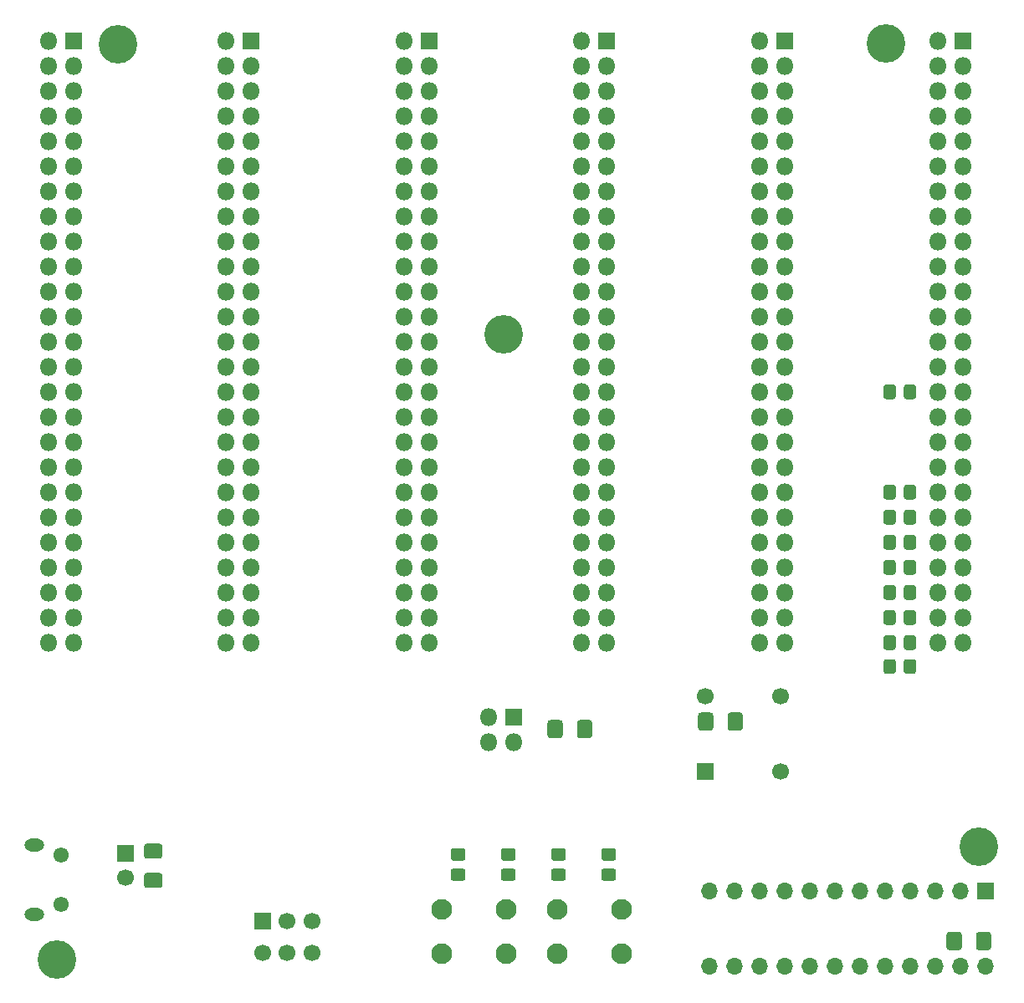
<source format=gbr>
G04 #@! TF.GenerationSoftware,KiCad,Pcbnew,(5.1.6-0-10_14)*
G04 #@! TF.CreationDate,2021-01-14T01:35:13+01:00*
G04 #@! TF.ProjectId,backplane,6261636b-706c-4616-9e65-2e6b69636164,rev?*
G04 #@! TF.SameCoordinates,Original*
G04 #@! TF.FileFunction,Soldermask,Bot*
G04 #@! TF.FilePolarity,Negative*
%FSLAX46Y46*%
G04 Gerber Fmt 4.6, Leading zero omitted, Abs format (unit mm)*
G04 Created by KiCad (PCBNEW (5.1.6-0-10_14)) date 2021-01-14 01:35:13*
%MOMM*%
%LPD*%
G01*
G04 APERTURE LIST*
%ADD10O,1.800000X1.800000*%
%ADD11R,1.800000X1.800000*%
%ADD12C,1.700000*%
%ADD13R,1.700000X1.700000*%
%ADD14O,2.000000X1.300000*%
%ADD15C,1.550000*%
%ADD16O,1.700000X1.700000*%
%ADD17C,3.900000*%
%ADD18C,2.100000*%
G04 APERTURE END LIST*
D10*
G04 #@! TO.C,J2*
X47434500Y-74485500D03*
X47434500Y-71945500D03*
X49974500Y-74485500D03*
D11*
X49974500Y-71945500D03*
G04 #@! TD*
G04 #@! TO.C,C2*
G36*
G01*
X12804544Y-87720000D02*
X14119456Y-87720000D01*
G75*
G02*
X14387000Y-87987544I0J-267544D01*
G01*
X14387000Y-88977456D01*
G75*
G02*
X14119456Y-89245000I-267544J0D01*
G01*
X12804544Y-89245000D01*
G75*
G02*
X12537000Y-88977456I0J267544D01*
G01*
X12537000Y-87987544D01*
G75*
G02*
X12804544Y-87720000I267544J0D01*
G01*
G37*
G36*
G01*
X12804544Y-84745000D02*
X14119456Y-84745000D01*
G75*
G02*
X14387000Y-85012544I0J-267544D01*
G01*
X14387000Y-86002456D01*
G75*
G02*
X14119456Y-86270000I-267544J0D01*
G01*
X12804544Y-86270000D01*
G75*
G02*
X12537000Y-86002456I0J267544D01*
G01*
X12537000Y-85012544D01*
G75*
G02*
X12804544Y-84745000I267544J0D01*
G01*
G37*
G04 #@! TD*
G04 #@! TO.C,C5*
G36*
G01*
X56351000Y-73809456D02*
X56351000Y-72494544D01*
G75*
G02*
X56618544Y-72227000I267544J0D01*
G01*
X57608456Y-72227000D01*
G75*
G02*
X57876000Y-72494544I0J-267544D01*
G01*
X57876000Y-73809456D01*
G75*
G02*
X57608456Y-74077000I-267544J0D01*
G01*
X56618544Y-74077000D01*
G75*
G02*
X56351000Y-73809456I0J267544D01*
G01*
G37*
G36*
G01*
X53376000Y-73809456D02*
X53376000Y-72494544D01*
G75*
G02*
X53643544Y-72227000I267544J0D01*
G01*
X54633456Y-72227000D01*
G75*
G02*
X54901000Y-72494544I0J-267544D01*
G01*
X54901000Y-73809456D01*
G75*
G02*
X54633456Y-74077000I-267544J0D01*
G01*
X53643544Y-74077000D01*
G75*
G02*
X53376000Y-73809456I0J267544D01*
G01*
G37*
G04 #@! TD*
D12*
G04 #@! TO.C,X1*
X76962000Y-77470000D03*
X76962000Y-69850000D03*
X69342000Y-69850000D03*
D13*
X69342000Y-77470000D03*
G04 #@! TD*
G04 #@! TO.C,C4*
G36*
G01*
X71591000Y-73047456D02*
X71591000Y-71732544D01*
G75*
G02*
X71858544Y-71465000I267544J0D01*
G01*
X72848456Y-71465000D01*
G75*
G02*
X73116000Y-71732544I0J-267544D01*
G01*
X73116000Y-73047456D01*
G75*
G02*
X72848456Y-73315000I-267544J0D01*
G01*
X71858544Y-73315000D01*
G75*
G02*
X71591000Y-73047456I0J267544D01*
G01*
G37*
G36*
G01*
X68616000Y-73047456D02*
X68616000Y-71732544D01*
G75*
G02*
X68883544Y-71465000I267544J0D01*
G01*
X69873456Y-71465000D01*
G75*
G02*
X70141000Y-71732544I0J-267544D01*
G01*
X70141000Y-73047456D01*
G75*
G02*
X69873456Y-73315000I-267544J0D01*
G01*
X68883544Y-73315000D01*
G75*
G02*
X68616000Y-73047456I0J267544D01*
G01*
G37*
G04 #@! TD*
D14*
G04 #@! TO.C,J1*
X1429500Y-91892000D03*
X1429500Y-84892000D03*
D15*
X4129500Y-90892000D03*
X4129500Y-85892000D03*
G04 #@! TD*
G04 #@! TO.C,R14*
G36*
G01*
X89427000Y-39467262D02*
X89427000Y-38510738D01*
G75*
G02*
X89698738Y-38239000I271738J0D01*
G01*
X90405262Y-38239000D01*
G75*
G02*
X90677000Y-38510738I0J-271738D01*
G01*
X90677000Y-39467262D01*
G75*
G02*
X90405262Y-39739000I-271738J0D01*
G01*
X89698738Y-39739000D01*
G75*
G02*
X89427000Y-39467262I0J271738D01*
G01*
G37*
G36*
G01*
X87377000Y-39467262D02*
X87377000Y-38510738D01*
G75*
G02*
X87648738Y-38239000I271738J0D01*
G01*
X88355262Y-38239000D01*
G75*
G02*
X88627000Y-38510738I0J-271738D01*
G01*
X88627000Y-39467262D01*
G75*
G02*
X88355262Y-39739000I-271738J0D01*
G01*
X87648738Y-39739000D01*
G75*
G02*
X87377000Y-39467262I0J271738D01*
G01*
G37*
G04 #@! TD*
D16*
G04 #@! TO.C,U4*
X97663000Y-97155000D03*
X69723000Y-89535000D03*
X95123000Y-97155000D03*
X72263000Y-89535000D03*
X92583000Y-97155000D03*
X74803000Y-89535000D03*
X90043000Y-97155000D03*
X77343000Y-89535000D03*
X87503000Y-97155000D03*
X79883000Y-89535000D03*
X84963000Y-97155000D03*
X82423000Y-89535000D03*
X82423000Y-97155000D03*
X84963000Y-89535000D03*
X79883000Y-97155000D03*
X87503000Y-89535000D03*
X77343000Y-97155000D03*
X90043000Y-89535000D03*
X74803000Y-97155000D03*
X92583000Y-89535000D03*
X72263000Y-97155000D03*
X95123000Y-89535000D03*
X69723000Y-97155000D03*
D13*
X97663000Y-89535000D03*
G04 #@! TD*
G04 #@! TO.C,C14*
G36*
G01*
X95287000Y-93957544D02*
X95287000Y-95272456D01*
G75*
G02*
X95019456Y-95540000I-267544J0D01*
G01*
X94029544Y-95540000D01*
G75*
G02*
X93762000Y-95272456I0J267544D01*
G01*
X93762000Y-93957544D01*
G75*
G02*
X94029544Y-93690000I267544J0D01*
G01*
X95019456Y-93690000D01*
G75*
G02*
X95287000Y-93957544I0J-267544D01*
G01*
G37*
G36*
G01*
X98262000Y-93957544D02*
X98262000Y-95272456D01*
G75*
G02*
X97994456Y-95540000I-267544J0D01*
G01*
X97004544Y-95540000D01*
G75*
G02*
X96737000Y-95272456I0J267544D01*
G01*
X96737000Y-93957544D01*
G75*
G02*
X97004544Y-93690000I267544J0D01*
G01*
X97994456Y-93690000D01*
G75*
G02*
X98262000Y-93957544I0J-267544D01*
G01*
G37*
G04 #@! TD*
G04 #@! TO.C,R13*
G36*
G01*
X59084738Y-87268000D02*
X60041262Y-87268000D01*
G75*
G02*
X60313000Y-87539738I0J-271738D01*
G01*
X60313000Y-88246262D01*
G75*
G02*
X60041262Y-88518000I-271738J0D01*
G01*
X59084738Y-88518000D01*
G75*
G02*
X58813000Y-88246262I0J271738D01*
G01*
X58813000Y-87539738D01*
G75*
G02*
X59084738Y-87268000I271738J0D01*
G01*
G37*
G36*
G01*
X59084738Y-85218000D02*
X60041262Y-85218000D01*
G75*
G02*
X60313000Y-85489738I0J-271738D01*
G01*
X60313000Y-86196262D01*
G75*
G02*
X60041262Y-86468000I-271738J0D01*
G01*
X59084738Y-86468000D01*
G75*
G02*
X58813000Y-86196262I0J271738D01*
G01*
X58813000Y-85489738D01*
G75*
G02*
X59084738Y-85218000I271738J0D01*
G01*
G37*
G04 #@! TD*
G04 #@! TO.C,R12*
G36*
G01*
X54004738Y-87268000D02*
X54961262Y-87268000D01*
G75*
G02*
X55233000Y-87539738I0J-271738D01*
G01*
X55233000Y-88246262D01*
G75*
G02*
X54961262Y-88518000I-271738J0D01*
G01*
X54004738Y-88518000D01*
G75*
G02*
X53733000Y-88246262I0J271738D01*
G01*
X53733000Y-87539738D01*
G75*
G02*
X54004738Y-87268000I271738J0D01*
G01*
G37*
G36*
G01*
X54004738Y-85218000D02*
X54961262Y-85218000D01*
G75*
G02*
X55233000Y-85489738I0J-271738D01*
G01*
X55233000Y-86196262D01*
G75*
G02*
X54961262Y-86468000I-271738J0D01*
G01*
X54004738Y-86468000D01*
G75*
G02*
X53733000Y-86196262I0J271738D01*
G01*
X53733000Y-85489738D01*
G75*
G02*
X54004738Y-85218000I271738J0D01*
G01*
G37*
G04 #@! TD*
G04 #@! TO.C,R11*
G36*
G01*
X48924738Y-87268000D02*
X49881262Y-87268000D01*
G75*
G02*
X50153000Y-87539738I0J-271738D01*
G01*
X50153000Y-88246262D01*
G75*
G02*
X49881262Y-88518000I-271738J0D01*
G01*
X48924738Y-88518000D01*
G75*
G02*
X48653000Y-88246262I0J271738D01*
G01*
X48653000Y-87539738D01*
G75*
G02*
X48924738Y-87268000I271738J0D01*
G01*
G37*
G36*
G01*
X48924738Y-85218000D02*
X49881262Y-85218000D01*
G75*
G02*
X50153000Y-85489738I0J-271738D01*
G01*
X50153000Y-86196262D01*
G75*
G02*
X49881262Y-86468000I-271738J0D01*
G01*
X48924738Y-86468000D01*
G75*
G02*
X48653000Y-86196262I0J271738D01*
G01*
X48653000Y-85489738D01*
G75*
G02*
X48924738Y-85218000I271738J0D01*
G01*
G37*
G04 #@! TD*
G04 #@! TO.C,R10*
G36*
G01*
X43844738Y-87268000D02*
X44801262Y-87268000D01*
G75*
G02*
X45073000Y-87539738I0J-271738D01*
G01*
X45073000Y-88246262D01*
G75*
G02*
X44801262Y-88518000I-271738J0D01*
G01*
X43844738Y-88518000D01*
G75*
G02*
X43573000Y-88246262I0J271738D01*
G01*
X43573000Y-87539738D01*
G75*
G02*
X43844738Y-87268000I271738J0D01*
G01*
G37*
G36*
G01*
X43844738Y-85218000D02*
X44801262Y-85218000D01*
G75*
G02*
X45073000Y-85489738I0J-271738D01*
G01*
X45073000Y-86196262D01*
G75*
G02*
X44801262Y-86468000I-271738J0D01*
G01*
X43844738Y-86468000D01*
G75*
G02*
X43573000Y-86196262I0J271738D01*
G01*
X43573000Y-85489738D01*
G75*
G02*
X43844738Y-85218000I271738J0D01*
G01*
G37*
G04 #@! TD*
D17*
G04 #@! TO.C,REF\u002A\u002A*
X48895000Y-33147000D03*
G04 #@! TD*
G04 #@! TO.C,REF\u002A\u002A*
X3683000Y-96520000D03*
G04 #@! TD*
G04 #@! TO.C,REF\u002A\u002A*
X9906000Y-3810000D03*
G04 #@! TD*
G04 #@! TO.C,REF\u002A\u002A*
X87630000Y-3683000D03*
G04 #@! TD*
G04 #@! TO.C,REF\u002A\u002A*
X97028000Y-85090000D03*
G04 #@! TD*
D18*
G04 #@! TO.C,RESET1*
X54333000Y-95885000D03*
X54333000Y-91385000D03*
X60833000Y-95885000D03*
X60833000Y-91385000D03*
G04 #@! TD*
G04 #@! TO.C,NMI1*
X42649000Y-95885000D03*
X42649000Y-91385000D03*
X49149000Y-95885000D03*
X49149000Y-91385000D03*
G04 #@! TD*
D12*
G04 #@! TO.C,C13*
X10668000Y-88225000D03*
D13*
X10668000Y-85725000D03*
G04 #@! TD*
D12*
G04 #@! TO.C,SW1*
X29511000Y-95783000D03*
X27011000Y-95783000D03*
X24511000Y-95783000D03*
X29511000Y-92583000D03*
X27011000Y-92583000D03*
D13*
X24511000Y-92583000D03*
G04 #@! TD*
D10*
G04 #@! TO.C,SLOT5*
X2837000Y-64389000D03*
X5377000Y-64389000D03*
X2837000Y-61849000D03*
X5377000Y-61849000D03*
X2837000Y-59309000D03*
X5377000Y-59309000D03*
X2837000Y-56769000D03*
X5377000Y-56769000D03*
X2837000Y-54229000D03*
X5377000Y-54229000D03*
X2837000Y-51689000D03*
X5377000Y-51689000D03*
X2837000Y-49149000D03*
X5377000Y-49149000D03*
X2837000Y-46609000D03*
X5377000Y-46609000D03*
X2837000Y-44069000D03*
X5377000Y-44069000D03*
X2837000Y-41529000D03*
X5377000Y-41529000D03*
X2837000Y-38989000D03*
X5377000Y-38989000D03*
X2837000Y-36449000D03*
X5377000Y-36449000D03*
X2837000Y-33909000D03*
X5377000Y-33909000D03*
X2837000Y-31369000D03*
X5377000Y-31369000D03*
X2837000Y-28829000D03*
X5377000Y-28829000D03*
X2837000Y-26289000D03*
X5377000Y-26289000D03*
X2837000Y-23749000D03*
X5377000Y-23749000D03*
X2837000Y-21209000D03*
X5377000Y-21209000D03*
X2837000Y-18669000D03*
X5377000Y-18669000D03*
X2837000Y-16129000D03*
X5377000Y-16129000D03*
X2837000Y-13589000D03*
X5377000Y-13589000D03*
X2837000Y-11049000D03*
X5377000Y-11049000D03*
X2837000Y-8509000D03*
X5377000Y-8509000D03*
X2837000Y-5969000D03*
X5377000Y-5969000D03*
X2837000Y-3429000D03*
D11*
X5377000Y-3429000D03*
G04 #@! TD*
D10*
G04 #@! TO.C,SLOT4*
X20837000Y-64389000D03*
X23377000Y-64389000D03*
X20837000Y-61849000D03*
X23377000Y-61849000D03*
X20837000Y-59309000D03*
X23377000Y-59309000D03*
X20837000Y-56769000D03*
X23377000Y-56769000D03*
X20837000Y-54229000D03*
X23377000Y-54229000D03*
X20837000Y-51689000D03*
X23377000Y-51689000D03*
X20837000Y-49149000D03*
X23377000Y-49149000D03*
X20837000Y-46609000D03*
X23377000Y-46609000D03*
X20837000Y-44069000D03*
X23377000Y-44069000D03*
X20837000Y-41529000D03*
X23377000Y-41529000D03*
X20837000Y-38989000D03*
X23377000Y-38989000D03*
X20837000Y-36449000D03*
X23377000Y-36449000D03*
X20837000Y-33909000D03*
X23377000Y-33909000D03*
X20837000Y-31369000D03*
X23377000Y-31369000D03*
X20837000Y-28829000D03*
X23377000Y-28829000D03*
X20837000Y-26289000D03*
X23377000Y-26289000D03*
X20837000Y-23749000D03*
X23377000Y-23749000D03*
X20837000Y-21209000D03*
X23377000Y-21209000D03*
X20837000Y-18669000D03*
X23377000Y-18669000D03*
X20837000Y-16129000D03*
X23377000Y-16129000D03*
X20837000Y-13589000D03*
X23377000Y-13589000D03*
X20837000Y-11049000D03*
X23377000Y-11049000D03*
X20837000Y-8509000D03*
X23377000Y-8509000D03*
X20837000Y-5969000D03*
X23377000Y-5969000D03*
X20837000Y-3429000D03*
D11*
X23377000Y-3429000D03*
G04 #@! TD*
D10*
G04 #@! TO.C,SLOT3*
X38837000Y-64389000D03*
X41377000Y-64389000D03*
X38837000Y-61849000D03*
X41377000Y-61849000D03*
X38837000Y-59309000D03*
X41377000Y-59309000D03*
X38837000Y-56769000D03*
X41377000Y-56769000D03*
X38837000Y-54229000D03*
X41377000Y-54229000D03*
X38837000Y-51689000D03*
X41377000Y-51689000D03*
X38837000Y-49149000D03*
X41377000Y-49149000D03*
X38837000Y-46609000D03*
X41377000Y-46609000D03*
X38837000Y-44069000D03*
X41377000Y-44069000D03*
X38837000Y-41529000D03*
X41377000Y-41529000D03*
X38837000Y-38989000D03*
X41377000Y-38989000D03*
X38837000Y-36449000D03*
X41377000Y-36449000D03*
X38837000Y-33909000D03*
X41377000Y-33909000D03*
X38837000Y-31369000D03*
X41377000Y-31369000D03*
X38837000Y-28829000D03*
X41377000Y-28829000D03*
X38837000Y-26289000D03*
X41377000Y-26289000D03*
X38837000Y-23749000D03*
X41377000Y-23749000D03*
X38837000Y-21209000D03*
X41377000Y-21209000D03*
X38837000Y-18669000D03*
X41377000Y-18669000D03*
X38837000Y-16129000D03*
X41377000Y-16129000D03*
X38837000Y-13589000D03*
X41377000Y-13589000D03*
X38837000Y-11049000D03*
X41377000Y-11049000D03*
X38837000Y-8509000D03*
X41377000Y-8509000D03*
X38837000Y-5969000D03*
X41377000Y-5969000D03*
X38837000Y-3429000D03*
D11*
X41377000Y-3429000D03*
G04 #@! TD*
D10*
G04 #@! TO.C,SLOT2*
X56837000Y-64389000D03*
X59377000Y-64389000D03*
X56837000Y-61849000D03*
X59377000Y-61849000D03*
X56837000Y-59309000D03*
X59377000Y-59309000D03*
X56837000Y-56769000D03*
X59377000Y-56769000D03*
X56837000Y-54229000D03*
X59377000Y-54229000D03*
X56837000Y-51689000D03*
X59377000Y-51689000D03*
X56837000Y-49149000D03*
X59377000Y-49149000D03*
X56837000Y-46609000D03*
X59377000Y-46609000D03*
X56837000Y-44069000D03*
X59377000Y-44069000D03*
X56837000Y-41529000D03*
X59377000Y-41529000D03*
X56837000Y-38989000D03*
X59377000Y-38989000D03*
X56837000Y-36449000D03*
X59377000Y-36449000D03*
X56837000Y-33909000D03*
X59377000Y-33909000D03*
X56837000Y-31369000D03*
X59377000Y-31369000D03*
X56837000Y-28829000D03*
X59377000Y-28829000D03*
X56837000Y-26289000D03*
X59377000Y-26289000D03*
X56837000Y-23749000D03*
X59377000Y-23749000D03*
X56837000Y-21209000D03*
X59377000Y-21209000D03*
X56837000Y-18669000D03*
X59377000Y-18669000D03*
X56837000Y-16129000D03*
X59377000Y-16129000D03*
X56837000Y-13589000D03*
X59377000Y-13589000D03*
X56837000Y-11049000D03*
X59377000Y-11049000D03*
X56837000Y-8509000D03*
X59377000Y-8509000D03*
X56837000Y-5969000D03*
X59377000Y-5969000D03*
X56837000Y-3429000D03*
D11*
X59377000Y-3429000D03*
G04 #@! TD*
D10*
G04 #@! TO.C,SLOT1*
X74837000Y-64389000D03*
X77377000Y-64389000D03*
X74837000Y-61849000D03*
X77377000Y-61849000D03*
X74837000Y-59309000D03*
X77377000Y-59309000D03*
X74837000Y-56769000D03*
X77377000Y-56769000D03*
X74837000Y-54229000D03*
X77377000Y-54229000D03*
X74837000Y-51689000D03*
X77377000Y-51689000D03*
X74837000Y-49149000D03*
X77377000Y-49149000D03*
X74837000Y-46609000D03*
X77377000Y-46609000D03*
X74837000Y-44069000D03*
X77377000Y-44069000D03*
X74837000Y-41529000D03*
X77377000Y-41529000D03*
X74837000Y-38989000D03*
X77377000Y-38989000D03*
X74837000Y-36449000D03*
X77377000Y-36449000D03*
X74837000Y-33909000D03*
X77377000Y-33909000D03*
X74837000Y-31369000D03*
X77377000Y-31369000D03*
X74837000Y-28829000D03*
X77377000Y-28829000D03*
X74837000Y-26289000D03*
X77377000Y-26289000D03*
X74837000Y-23749000D03*
X77377000Y-23749000D03*
X74837000Y-21209000D03*
X77377000Y-21209000D03*
X74837000Y-18669000D03*
X77377000Y-18669000D03*
X74837000Y-16129000D03*
X77377000Y-16129000D03*
X74837000Y-13589000D03*
X77377000Y-13589000D03*
X74837000Y-11049000D03*
X77377000Y-11049000D03*
X74837000Y-8509000D03*
X77377000Y-8509000D03*
X74837000Y-5969000D03*
X77377000Y-5969000D03*
X74837000Y-3429000D03*
D11*
X77377000Y-3429000D03*
G04 #@! TD*
G04 #@! TO.C,R8*
G36*
G01*
X89427000Y-52167262D02*
X89427000Y-51210738D01*
G75*
G02*
X89698738Y-50939000I271738J0D01*
G01*
X90405262Y-50939000D01*
G75*
G02*
X90677000Y-51210738I0J-271738D01*
G01*
X90677000Y-52167262D01*
G75*
G02*
X90405262Y-52439000I-271738J0D01*
G01*
X89698738Y-52439000D01*
G75*
G02*
X89427000Y-52167262I0J271738D01*
G01*
G37*
G36*
G01*
X87377000Y-52167262D02*
X87377000Y-51210738D01*
G75*
G02*
X87648738Y-50939000I271738J0D01*
G01*
X88355262Y-50939000D01*
G75*
G02*
X88627000Y-51210738I0J-271738D01*
G01*
X88627000Y-52167262D01*
G75*
G02*
X88355262Y-52439000I-271738J0D01*
G01*
X87648738Y-52439000D01*
G75*
G02*
X87377000Y-52167262I0J271738D01*
G01*
G37*
G04 #@! TD*
G04 #@! TO.C,R7*
G36*
G01*
X89427000Y-64867262D02*
X89427000Y-63910738D01*
G75*
G02*
X89698738Y-63639000I271738J0D01*
G01*
X90405262Y-63639000D01*
G75*
G02*
X90677000Y-63910738I0J-271738D01*
G01*
X90677000Y-64867262D01*
G75*
G02*
X90405262Y-65139000I-271738J0D01*
G01*
X89698738Y-65139000D01*
G75*
G02*
X89427000Y-64867262I0J271738D01*
G01*
G37*
G36*
G01*
X87377000Y-64867262D02*
X87377000Y-63910738D01*
G75*
G02*
X87648738Y-63639000I271738J0D01*
G01*
X88355262Y-63639000D01*
G75*
G02*
X88627000Y-63910738I0J-271738D01*
G01*
X88627000Y-64867262D01*
G75*
G02*
X88355262Y-65139000I-271738J0D01*
G01*
X87648738Y-65139000D01*
G75*
G02*
X87377000Y-64867262I0J271738D01*
G01*
G37*
G04 #@! TD*
G04 #@! TO.C,R6*
G36*
G01*
X89418000Y-62327262D02*
X89418000Y-61370738D01*
G75*
G02*
X89689738Y-61099000I271738J0D01*
G01*
X90396262Y-61099000D01*
G75*
G02*
X90668000Y-61370738I0J-271738D01*
G01*
X90668000Y-62327262D01*
G75*
G02*
X90396262Y-62599000I-271738J0D01*
G01*
X89689738Y-62599000D01*
G75*
G02*
X89418000Y-62327262I0J271738D01*
G01*
G37*
G36*
G01*
X87368000Y-62327262D02*
X87368000Y-61370738D01*
G75*
G02*
X87639738Y-61099000I271738J0D01*
G01*
X88346262Y-61099000D01*
G75*
G02*
X88618000Y-61370738I0J-271738D01*
G01*
X88618000Y-62327262D01*
G75*
G02*
X88346262Y-62599000I-271738J0D01*
G01*
X87639738Y-62599000D01*
G75*
G02*
X87368000Y-62327262I0J271738D01*
G01*
G37*
G04 #@! TD*
G04 #@! TO.C,R5*
G36*
G01*
X89427000Y-59787262D02*
X89427000Y-58830738D01*
G75*
G02*
X89698738Y-58559000I271738J0D01*
G01*
X90405262Y-58559000D01*
G75*
G02*
X90677000Y-58830738I0J-271738D01*
G01*
X90677000Y-59787262D01*
G75*
G02*
X90405262Y-60059000I-271738J0D01*
G01*
X89698738Y-60059000D01*
G75*
G02*
X89427000Y-59787262I0J271738D01*
G01*
G37*
G36*
G01*
X87377000Y-59787262D02*
X87377000Y-58830738D01*
G75*
G02*
X87648738Y-58559000I271738J0D01*
G01*
X88355262Y-58559000D01*
G75*
G02*
X88627000Y-58830738I0J-271738D01*
G01*
X88627000Y-59787262D01*
G75*
G02*
X88355262Y-60059000I-271738J0D01*
G01*
X87648738Y-60059000D01*
G75*
G02*
X87377000Y-59787262I0J271738D01*
G01*
G37*
G04 #@! TD*
G04 #@! TO.C,R4*
G36*
G01*
X89418000Y-57247262D02*
X89418000Y-56290738D01*
G75*
G02*
X89689738Y-56019000I271738J0D01*
G01*
X90396262Y-56019000D01*
G75*
G02*
X90668000Y-56290738I0J-271738D01*
G01*
X90668000Y-57247262D01*
G75*
G02*
X90396262Y-57519000I-271738J0D01*
G01*
X89689738Y-57519000D01*
G75*
G02*
X89418000Y-57247262I0J271738D01*
G01*
G37*
G36*
G01*
X87368000Y-57247262D02*
X87368000Y-56290738D01*
G75*
G02*
X87639738Y-56019000I271738J0D01*
G01*
X88346262Y-56019000D01*
G75*
G02*
X88618000Y-56290738I0J-271738D01*
G01*
X88618000Y-57247262D01*
G75*
G02*
X88346262Y-57519000I-271738J0D01*
G01*
X87639738Y-57519000D01*
G75*
G02*
X87368000Y-57247262I0J271738D01*
G01*
G37*
G04 #@! TD*
G04 #@! TO.C,R3*
G36*
G01*
X89427000Y-54707262D02*
X89427000Y-53750738D01*
G75*
G02*
X89698738Y-53479000I271738J0D01*
G01*
X90405262Y-53479000D01*
G75*
G02*
X90677000Y-53750738I0J-271738D01*
G01*
X90677000Y-54707262D01*
G75*
G02*
X90405262Y-54979000I-271738J0D01*
G01*
X89698738Y-54979000D01*
G75*
G02*
X89427000Y-54707262I0J271738D01*
G01*
G37*
G36*
G01*
X87377000Y-54707262D02*
X87377000Y-53750738D01*
G75*
G02*
X87648738Y-53479000I271738J0D01*
G01*
X88355262Y-53479000D01*
G75*
G02*
X88627000Y-53750738I0J-271738D01*
G01*
X88627000Y-54707262D01*
G75*
G02*
X88355262Y-54979000I-271738J0D01*
G01*
X87648738Y-54979000D01*
G75*
G02*
X87377000Y-54707262I0J271738D01*
G01*
G37*
G04 #@! TD*
G04 #@! TO.C,R2*
G36*
G01*
X89427000Y-67280262D02*
X89427000Y-66323738D01*
G75*
G02*
X89698738Y-66052000I271738J0D01*
G01*
X90405262Y-66052000D01*
G75*
G02*
X90677000Y-66323738I0J-271738D01*
G01*
X90677000Y-67280262D01*
G75*
G02*
X90405262Y-67552000I-271738J0D01*
G01*
X89698738Y-67552000D01*
G75*
G02*
X89427000Y-67280262I0J271738D01*
G01*
G37*
G36*
G01*
X87377000Y-67280262D02*
X87377000Y-66323738D01*
G75*
G02*
X87648738Y-66052000I271738J0D01*
G01*
X88355262Y-66052000D01*
G75*
G02*
X88627000Y-66323738I0J-271738D01*
G01*
X88627000Y-67280262D01*
G75*
G02*
X88355262Y-67552000I-271738J0D01*
G01*
X87648738Y-67552000D01*
G75*
G02*
X87377000Y-67280262I0J271738D01*
G01*
G37*
G04 #@! TD*
G04 #@! TO.C,R1*
G36*
G01*
X89427000Y-49627262D02*
X89427000Y-48670738D01*
G75*
G02*
X89698738Y-48399000I271738J0D01*
G01*
X90405262Y-48399000D01*
G75*
G02*
X90677000Y-48670738I0J-271738D01*
G01*
X90677000Y-49627262D01*
G75*
G02*
X90405262Y-49899000I-271738J0D01*
G01*
X89698738Y-49899000D01*
G75*
G02*
X89427000Y-49627262I0J271738D01*
G01*
G37*
G36*
G01*
X87377000Y-49627262D02*
X87377000Y-48670738D01*
G75*
G02*
X87648738Y-48399000I271738J0D01*
G01*
X88355262Y-48399000D01*
G75*
G02*
X88627000Y-48670738I0J-271738D01*
G01*
X88627000Y-49627262D01*
G75*
G02*
X88355262Y-49899000I-271738J0D01*
G01*
X87648738Y-49899000D01*
G75*
G02*
X87377000Y-49627262I0J271738D01*
G01*
G37*
G04 #@! TD*
D10*
G04 #@! TO.C,SLOT0*
X92837000Y-64389000D03*
X95377000Y-64389000D03*
X92837000Y-61849000D03*
X95377000Y-61849000D03*
X92837000Y-59309000D03*
X95377000Y-59309000D03*
X92837000Y-56769000D03*
X95377000Y-56769000D03*
X92837000Y-54229000D03*
X95377000Y-54229000D03*
X92837000Y-51689000D03*
X95377000Y-51689000D03*
X92837000Y-49149000D03*
X95377000Y-49149000D03*
X92837000Y-46609000D03*
X95377000Y-46609000D03*
X92837000Y-44069000D03*
X95377000Y-44069000D03*
X92837000Y-41529000D03*
X95377000Y-41529000D03*
X92837000Y-38989000D03*
X95377000Y-38989000D03*
X92837000Y-36449000D03*
X95377000Y-36449000D03*
X92837000Y-33909000D03*
X95377000Y-33909000D03*
X92837000Y-31369000D03*
X95377000Y-31369000D03*
X92837000Y-28829000D03*
X95377000Y-28829000D03*
X92837000Y-26289000D03*
X95377000Y-26289000D03*
X92837000Y-23749000D03*
X95377000Y-23749000D03*
X92837000Y-21209000D03*
X95377000Y-21209000D03*
X92837000Y-18669000D03*
X95377000Y-18669000D03*
X92837000Y-16129000D03*
X95377000Y-16129000D03*
X92837000Y-13589000D03*
X95377000Y-13589000D03*
X92837000Y-11049000D03*
X95377000Y-11049000D03*
X92837000Y-8509000D03*
X95377000Y-8509000D03*
X92837000Y-5969000D03*
X95377000Y-5969000D03*
X92837000Y-3429000D03*
D11*
X95377000Y-3429000D03*
G04 #@! TD*
M02*

</source>
